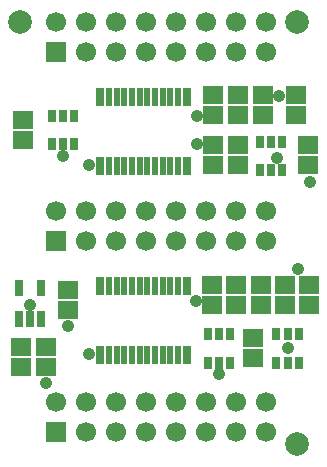
<source format=gbs>
G75*
%MOIN*%
%OFA0B0*%
%FSLAX24Y24*%
%IPPOS*%
%LPD*%
%AMOC8*
5,1,8,0,0,1.08239X$1,22.5*
%
%ADD10R,0.0669X0.0669*%
%ADD11C,0.0669*%
%ADD12R,0.0315X0.0610*%
%ADD13R,0.0236X0.0610*%
%ADD14R,0.0295X0.0551*%
%ADD15R,0.0669X0.0591*%
%ADD16R,0.0295X0.0394*%
%ADD17C,0.0787*%
%ADD18C,0.0416*%
D10*
X002370Y002786D03*
X002370Y009164D03*
X002370Y015463D03*
D11*
X002370Y016463D03*
X003370Y016463D03*
X003370Y015463D03*
X004370Y015463D03*
X004370Y016463D03*
X005370Y016463D03*
X005370Y015463D03*
X006370Y015463D03*
X006370Y016463D03*
X007370Y016463D03*
X007370Y015463D03*
X008370Y015463D03*
X008370Y016463D03*
X009370Y016463D03*
X009370Y015463D03*
X009370Y010164D03*
X009370Y009164D03*
X008370Y009164D03*
X008370Y010164D03*
X007370Y010164D03*
X007370Y009164D03*
X006370Y009164D03*
X006370Y010164D03*
X005370Y010164D03*
X005370Y009164D03*
X004370Y009164D03*
X004370Y010164D03*
X003370Y010164D03*
X003370Y009164D03*
X002370Y010164D03*
X002370Y003786D03*
X003370Y003786D03*
X003370Y002786D03*
X004370Y002786D03*
X004370Y003786D03*
X005370Y003786D03*
X005370Y002786D03*
X006370Y002786D03*
X006370Y003786D03*
X007370Y003786D03*
X007370Y002786D03*
X008370Y002786D03*
X008370Y003786D03*
X009370Y003786D03*
X009370Y002786D03*
D12*
X006726Y005363D03*
X006726Y007666D03*
X006726Y011662D03*
X006726Y013965D03*
X003833Y013965D03*
X003833Y011662D03*
X003833Y007666D03*
X003833Y005363D03*
D13*
X004128Y005363D03*
X004384Y005363D03*
X004640Y005363D03*
X004896Y005363D03*
X005152Y005363D03*
X005407Y005363D03*
X005663Y005363D03*
X005919Y005363D03*
X006175Y005363D03*
X006431Y005363D03*
X006431Y007666D03*
X006175Y007666D03*
X005919Y007666D03*
X005663Y007666D03*
X005407Y007666D03*
X005152Y007666D03*
X004896Y007666D03*
X004640Y007666D03*
X004384Y007666D03*
X004128Y007666D03*
X004128Y011662D03*
X004384Y011662D03*
X004640Y011662D03*
X004896Y011662D03*
X005152Y011662D03*
X005407Y011662D03*
X005663Y011662D03*
X005919Y011662D03*
X006175Y011662D03*
X006431Y011662D03*
X006431Y013965D03*
X006175Y013965D03*
X005919Y013965D03*
X005663Y013965D03*
X005407Y013965D03*
X005152Y013965D03*
X004896Y013965D03*
X004640Y013965D03*
X004384Y013965D03*
X004128Y013965D03*
D14*
X001874Y007578D03*
X001874Y006554D03*
X001500Y006554D03*
X001126Y006554D03*
X001126Y007578D03*
D15*
X001185Y005629D03*
X001185Y004959D03*
X002012Y004959D03*
X002012Y005629D03*
X002760Y006849D03*
X002760Y007518D03*
X001264Y012518D03*
X001264Y013188D03*
X007602Y013345D03*
X007602Y014015D03*
X008429Y014015D03*
X008429Y013345D03*
X008429Y012361D03*
X008429Y011692D03*
X007602Y011692D03*
X007602Y012361D03*
X009256Y013345D03*
X009256Y014015D03*
X010358Y014015D03*
X010358Y013345D03*
X010752Y012361D03*
X010752Y011692D03*
X010791Y007676D03*
X010791Y007007D03*
X009984Y007007D03*
X009984Y007676D03*
X009177Y007676D03*
X009177Y007007D03*
X008941Y005904D03*
X008941Y005235D03*
X008370Y007007D03*
X008370Y007676D03*
X007563Y007676D03*
X007563Y007007D03*
D16*
X007425Y006042D03*
X007799Y006042D03*
X008173Y006042D03*
X008173Y005097D03*
X007799Y005097D03*
X007425Y005097D03*
X009709Y005097D03*
X010083Y005097D03*
X010457Y005097D03*
X010457Y006042D03*
X010083Y006042D03*
X009709Y006042D03*
X009531Y011515D03*
X009157Y011515D03*
X009157Y012459D03*
X009531Y012459D03*
X009906Y012459D03*
X009906Y011515D03*
X002976Y012381D03*
X002602Y012381D03*
X002228Y012381D03*
X002228Y013326D03*
X002602Y013326D03*
X002976Y013326D03*
D17*
X001146Y016436D03*
X010398Y016436D03*
X010398Y002381D03*
D18*
X010083Y005570D03*
X010437Y008207D03*
X010831Y011121D03*
X009728Y011908D03*
X009807Y013995D03*
X007051Y013326D03*
X007051Y012381D03*
X007031Y007144D03*
X007799Y004704D03*
X003469Y005373D03*
X002760Y006318D03*
X002012Y004428D03*
X001500Y007026D03*
X003469Y011672D03*
X002602Y011987D03*
M02*

</source>
